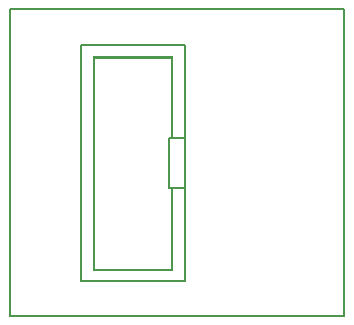
<source format=gbo>
G04 MADE WITH FRITZING*
G04 WWW.FRITZING.ORG*
G04 DOUBLE SIDED*
G04 HOLES PLATED*
G04 CONTOUR ON CENTER OF CONTOUR VECTOR*
%ASAXBY*%
%FSLAX23Y23*%
%MOIN*%
%OFA0B0*%
%SFA1.0B1.0*%
%ADD10R,1.123170X1.030680X1.107170X1.014680*%
%ADD11C,0.008000*%
%ADD12R,0.354200X0.795200X0.338200X0.779200*%
%ADD13R,0.063000X0.173200X0.047000X0.157200*%
%ADD14R,0.001000X0.001000*%
%LNSILK0*%
G90*
G70*
G54D11*
X4Y1027D02*
X1119Y1027D01*
X1119Y4D01*
X4Y4D01*
X4Y1027D01*
D02*
X243Y908D02*
X589Y908D01*
X589Y121D01*
X243Y121D01*
X243Y908D01*
D02*
X534Y597D02*
X589Y597D01*
X589Y432D01*
X534Y432D01*
X534Y597D01*
D02*
G54D14*
X282Y869D02*
X549Y869D01*
X282Y868D02*
X549Y868D01*
X282Y867D02*
X549Y867D01*
X282Y866D02*
X549Y866D01*
X282Y865D02*
X549Y865D01*
X282Y864D02*
X549Y864D01*
X282Y863D02*
X549Y863D01*
X282Y862D02*
X549Y862D01*
X282Y861D02*
X289Y861D01*
X542Y861D02*
X549Y861D01*
X282Y860D02*
X289Y860D01*
X542Y860D02*
X549Y860D01*
X282Y859D02*
X289Y859D01*
X542Y859D02*
X549Y859D01*
X282Y858D02*
X289Y858D01*
X542Y858D02*
X549Y858D01*
X282Y857D02*
X289Y857D01*
X542Y857D02*
X549Y857D01*
X282Y856D02*
X289Y856D01*
X542Y856D02*
X549Y856D01*
X282Y855D02*
X289Y855D01*
X542Y855D02*
X549Y855D01*
X282Y854D02*
X289Y854D01*
X542Y854D02*
X549Y854D01*
X282Y853D02*
X289Y853D01*
X542Y853D02*
X549Y853D01*
X282Y852D02*
X289Y852D01*
X542Y852D02*
X549Y852D01*
X282Y851D02*
X289Y851D01*
X542Y851D02*
X549Y851D01*
X282Y850D02*
X289Y850D01*
X542Y850D02*
X549Y850D01*
X282Y849D02*
X289Y849D01*
X542Y849D02*
X549Y849D01*
X282Y848D02*
X289Y848D01*
X542Y848D02*
X549Y848D01*
X282Y847D02*
X289Y847D01*
X542Y847D02*
X549Y847D01*
X282Y846D02*
X289Y846D01*
X542Y846D02*
X549Y846D01*
X282Y845D02*
X289Y845D01*
X542Y845D02*
X549Y845D01*
X282Y844D02*
X289Y844D01*
X542Y844D02*
X549Y844D01*
X282Y843D02*
X289Y843D01*
X542Y843D02*
X549Y843D01*
X282Y842D02*
X289Y842D01*
X542Y842D02*
X549Y842D01*
X282Y841D02*
X289Y841D01*
X542Y841D02*
X549Y841D01*
X282Y840D02*
X289Y840D01*
X542Y840D02*
X549Y840D01*
X282Y839D02*
X289Y839D01*
X542Y839D02*
X549Y839D01*
X282Y838D02*
X289Y838D01*
X542Y838D02*
X549Y838D01*
X282Y837D02*
X289Y837D01*
X542Y837D02*
X549Y837D01*
X282Y836D02*
X289Y836D01*
X542Y836D02*
X549Y836D01*
X282Y835D02*
X289Y835D01*
X542Y835D02*
X549Y835D01*
X282Y834D02*
X289Y834D01*
X542Y834D02*
X549Y834D01*
X282Y833D02*
X289Y833D01*
X542Y833D02*
X549Y833D01*
X282Y832D02*
X289Y832D01*
X542Y832D02*
X549Y832D01*
X282Y831D02*
X289Y831D01*
X542Y831D02*
X549Y831D01*
X282Y830D02*
X289Y830D01*
X542Y830D02*
X549Y830D01*
X282Y829D02*
X289Y829D01*
X542Y829D02*
X549Y829D01*
X282Y828D02*
X289Y828D01*
X542Y828D02*
X549Y828D01*
X282Y827D02*
X289Y827D01*
X542Y827D02*
X549Y827D01*
X282Y826D02*
X289Y826D01*
X542Y826D02*
X549Y826D01*
X282Y825D02*
X289Y825D01*
X542Y825D02*
X549Y825D01*
X282Y824D02*
X289Y824D01*
X542Y824D02*
X549Y824D01*
X282Y823D02*
X289Y823D01*
X542Y823D02*
X549Y823D01*
X282Y822D02*
X289Y822D01*
X542Y822D02*
X549Y822D01*
X282Y821D02*
X289Y821D01*
X542Y821D02*
X549Y821D01*
X282Y820D02*
X289Y820D01*
X542Y820D02*
X549Y820D01*
X282Y819D02*
X289Y819D01*
X542Y819D02*
X549Y819D01*
X282Y818D02*
X289Y818D01*
X542Y818D02*
X549Y818D01*
X282Y817D02*
X289Y817D01*
X542Y817D02*
X549Y817D01*
X282Y816D02*
X289Y816D01*
X542Y816D02*
X549Y816D01*
X282Y815D02*
X289Y815D01*
X542Y815D02*
X549Y815D01*
X282Y814D02*
X289Y814D01*
X542Y814D02*
X549Y814D01*
X282Y813D02*
X289Y813D01*
X542Y813D02*
X549Y813D01*
X282Y812D02*
X289Y812D01*
X542Y812D02*
X549Y812D01*
X282Y811D02*
X289Y811D01*
X542Y811D02*
X549Y811D01*
X282Y810D02*
X289Y810D01*
X542Y810D02*
X549Y810D01*
X282Y809D02*
X289Y809D01*
X542Y809D02*
X549Y809D01*
X282Y808D02*
X289Y808D01*
X542Y808D02*
X549Y808D01*
X282Y807D02*
X289Y807D01*
X542Y807D02*
X549Y807D01*
X282Y806D02*
X289Y806D01*
X542Y806D02*
X549Y806D01*
X282Y805D02*
X289Y805D01*
X542Y805D02*
X549Y805D01*
X282Y804D02*
X289Y804D01*
X542Y804D02*
X549Y804D01*
X282Y803D02*
X289Y803D01*
X542Y803D02*
X549Y803D01*
X282Y802D02*
X289Y802D01*
X542Y802D02*
X549Y802D01*
X282Y801D02*
X289Y801D01*
X542Y801D02*
X549Y801D01*
X282Y800D02*
X289Y800D01*
X542Y800D02*
X549Y800D01*
X282Y799D02*
X289Y799D01*
X542Y799D02*
X549Y799D01*
X282Y798D02*
X289Y798D01*
X542Y798D02*
X549Y798D01*
X282Y797D02*
X289Y797D01*
X542Y797D02*
X549Y797D01*
X282Y796D02*
X289Y796D01*
X542Y796D02*
X549Y796D01*
X282Y795D02*
X289Y795D01*
X542Y795D02*
X549Y795D01*
X282Y794D02*
X289Y794D01*
X542Y794D02*
X549Y794D01*
X282Y793D02*
X289Y793D01*
X542Y793D02*
X549Y793D01*
X282Y792D02*
X289Y792D01*
X542Y792D02*
X549Y792D01*
X282Y791D02*
X289Y791D01*
X542Y791D02*
X549Y791D01*
X282Y790D02*
X289Y790D01*
X542Y790D02*
X549Y790D01*
X282Y789D02*
X289Y789D01*
X542Y789D02*
X549Y789D01*
X282Y788D02*
X289Y788D01*
X542Y788D02*
X549Y788D01*
X282Y787D02*
X289Y787D01*
X542Y787D02*
X549Y787D01*
X282Y786D02*
X289Y786D01*
X542Y786D02*
X549Y786D01*
X282Y785D02*
X289Y785D01*
X542Y785D02*
X549Y785D01*
X282Y784D02*
X289Y784D01*
X542Y784D02*
X549Y784D01*
X282Y783D02*
X289Y783D01*
X542Y783D02*
X549Y783D01*
X282Y782D02*
X289Y782D01*
X542Y782D02*
X549Y782D01*
X282Y781D02*
X289Y781D01*
X542Y781D02*
X549Y781D01*
X282Y780D02*
X289Y780D01*
X542Y780D02*
X549Y780D01*
X282Y779D02*
X289Y779D01*
X542Y779D02*
X549Y779D01*
X282Y778D02*
X289Y778D01*
X542Y778D02*
X549Y778D01*
X282Y777D02*
X289Y777D01*
X542Y777D02*
X549Y777D01*
X282Y776D02*
X289Y776D01*
X542Y776D02*
X549Y776D01*
X282Y775D02*
X289Y775D01*
X542Y775D02*
X549Y775D01*
X282Y774D02*
X289Y774D01*
X542Y774D02*
X549Y774D01*
X282Y773D02*
X289Y773D01*
X542Y773D02*
X549Y773D01*
X282Y772D02*
X289Y772D01*
X542Y772D02*
X549Y772D01*
X282Y771D02*
X289Y771D01*
X542Y771D02*
X549Y771D01*
X282Y770D02*
X289Y770D01*
X542Y770D02*
X549Y770D01*
X282Y769D02*
X289Y769D01*
X542Y769D02*
X549Y769D01*
X282Y768D02*
X289Y768D01*
X542Y768D02*
X549Y768D01*
X282Y767D02*
X289Y767D01*
X542Y767D02*
X549Y767D01*
X282Y766D02*
X289Y766D01*
X542Y766D02*
X549Y766D01*
X282Y765D02*
X289Y765D01*
X542Y765D02*
X549Y765D01*
X282Y764D02*
X289Y764D01*
X542Y764D02*
X549Y764D01*
X282Y763D02*
X289Y763D01*
X542Y763D02*
X549Y763D01*
X282Y762D02*
X289Y762D01*
X542Y762D02*
X549Y762D01*
X282Y761D02*
X289Y761D01*
X542Y761D02*
X549Y761D01*
X282Y760D02*
X289Y760D01*
X542Y760D02*
X549Y760D01*
X282Y759D02*
X289Y759D01*
X542Y759D02*
X549Y759D01*
X282Y758D02*
X289Y758D01*
X542Y758D02*
X549Y758D01*
X282Y757D02*
X289Y757D01*
X542Y757D02*
X549Y757D01*
X282Y756D02*
X289Y756D01*
X542Y756D02*
X549Y756D01*
X282Y755D02*
X289Y755D01*
X542Y755D02*
X549Y755D01*
X282Y754D02*
X289Y754D01*
X542Y754D02*
X549Y754D01*
X282Y753D02*
X289Y753D01*
X542Y753D02*
X549Y753D01*
X282Y752D02*
X289Y752D01*
X542Y752D02*
X549Y752D01*
X282Y751D02*
X289Y751D01*
X542Y751D02*
X549Y751D01*
X282Y750D02*
X289Y750D01*
X542Y750D02*
X549Y750D01*
X282Y749D02*
X289Y749D01*
X542Y749D02*
X549Y749D01*
X282Y748D02*
X289Y748D01*
X542Y748D02*
X549Y748D01*
X282Y747D02*
X289Y747D01*
X542Y747D02*
X549Y747D01*
X282Y746D02*
X289Y746D01*
X542Y746D02*
X549Y746D01*
X282Y745D02*
X289Y745D01*
X542Y745D02*
X549Y745D01*
X282Y744D02*
X289Y744D01*
X542Y744D02*
X549Y744D01*
X282Y743D02*
X289Y743D01*
X542Y743D02*
X549Y743D01*
X282Y742D02*
X289Y742D01*
X542Y742D02*
X549Y742D01*
X282Y741D02*
X289Y741D01*
X542Y741D02*
X549Y741D01*
X282Y740D02*
X289Y740D01*
X542Y740D02*
X549Y740D01*
X282Y739D02*
X289Y739D01*
X542Y739D02*
X549Y739D01*
X282Y738D02*
X289Y738D01*
X542Y738D02*
X549Y738D01*
X282Y737D02*
X289Y737D01*
X542Y737D02*
X549Y737D01*
X282Y736D02*
X289Y736D01*
X542Y736D02*
X549Y736D01*
X282Y735D02*
X289Y735D01*
X542Y735D02*
X549Y735D01*
X282Y734D02*
X289Y734D01*
X542Y734D02*
X549Y734D01*
X282Y733D02*
X289Y733D01*
X542Y733D02*
X549Y733D01*
X282Y732D02*
X289Y732D01*
X542Y732D02*
X549Y732D01*
X282Y731D02*
X289Y731D01*
X542Y731D02*
X549Y731D01*
X282Y730D02*
X289Y730D01*
X542Y730D02*
X549Y730D01*
X282Y729D02*
X289Y729D01*
X542Y729D02*
X549Y729D01*
X282Y728D02*
X289Y728D01*
X542Y728D02*
X549Y728D01*
X282Y727D02*
X289Y727D01*
X542Y727D02*
X549Y727D01*
X282Y726D02*
X289Y726D01*
X542Y726D02*
X549Y726D01*
X282Y725D02*
X289Y725D01*
X542Y725D02*
X549Y725D01*
X282Y724D02*
X289Y724D01*
X542Y724D02*
X549Y724D01*
X282Y723D02*
X289Y723D01*
X542Y723D02*
X549Y723D01*
X282Y722D02*
X289Y722D01*
X542Y722D02*
X549Y722D01*
X282Y721D02*
X289Y721D01*
X542Y721D02*
X549Y721D01*
X282Y720D02*
X289Y720D01*
X542Y720D02*
X549Y720D01*
X282Y719D02*
X289Y719D01*
X542Y719D02*
X549Y719D01*
X282Y718D02*
X289Y718D01*
X542Y718D02*
X549Y718D01*
X282Y717D02*
X289Y717D01*
X542Y717D02*
X549Y717D01*
X282Y716D02*
X289Y716D01*
X542Y716D02*
X549Y716D01*
X282Y715D02*
X289Y715D01*
X542Y715D02*
X549Y715D01*
X282Y714D02*
X289Y714D01*
X542Y714D02*
X549Y714D01*
X282Y713D02*
X289Y713D01*
X542Y713D02*
X549Y713D01*
X282Y712D02*
X289Y712D01*
X542Y712D02*
X549Y712D01*
X282Y711D02*
X289Y711D01*
X542Y711D02*
X549Y711D01*
X282Y710D02*
X289Y710D01*
X542Y710D02*
X549Y710D01*
X282Y709D02*
X289Y709D01*
X542Y709D02*
X549Y709D01*
X282Y708D02*
X289Y708D01*
X542Y708D02*
X549Y708D01*
X282Y707D02*
X289Y707D01*
X542Y707D02*
X549Y707D01*
X282Y706D02*
X289Y706D01*
X542Y706D02*
X549Y706D01*
X282Y705D02*
X289Y705D01*
X542Y705D02*
X549Y705D01*
X282Y704D02*
X289Y704D01*
X542Y704D02*
X549Y704D01*
X282Y703D02*
X289Y703D01*
X542Y703D02*
X549Y703D01*
X282Y702D02*
X289Y702D01*
X542Y702D02*
X549Y702D01*
X282Y701D02*
X289Y701D01*
X542Y701D02*
X549Y701D01*
X282Y700D02*
X289Y700D01*
X542Y700D02*
X549Y700D01*
X282Y699D02*
X289Y699D01*
X542Y699D02*
X549Y699D01*
X282Y698D02*
X289Y698D01*
X542Y698D02*
X549Y698D01*
X282Y697D02*
X289Y697D01*
X542Y697D02*
X549Y697D01*
X282Y696D02*
X289Y696D01*
X542Y696D02*
X549Y696D01*
X282Y695D02*
X289Y695D01*
X542Y695D02*
X549Y695D01*
X282Y694D02*
X289Y694D01*
X542Y694D02*
X549Y694D01*
X282Y693D02*
X289Y693D01*
X542Y693D02*
X549Y693D01*
X282Y692D02*
X289Y692D01*
X542Y692D02*
X549Y692D01*
X282Y691D02*
X289Y691D01*
X542Y691D02*
X549Y691D01*
X282Y690D02*
X289Y690D01*
X542Y690D02*
X549Y690D01*
X282Y689D02*
X289Y689D01*
X542Y689D02*
X549Y689D01*
X282Y688D02*
X289Y688D01*
X542Y688D02*
X549Y688D01*
X282Y687D02*
X289Y687D01*
X542Y687D02*
X549Y687D01*
X282Y686D02*
X289Y686D01*
X542Y686D02*
X549Y686D01*
X282Y685D02*
X289Y685D01*
X542Y685D02*
X549Y685D01*
X282Y684D02*
X289Y684D01*
X542Y684D02*
X549Y684D01*
X282Y683D02*
X289Y683D01*
X542Y683D02*
X549Y683D01*
X282Y682D02*
X289Y682D01*
X542Y682D02*
X549Y682D01*
X282Y681D02*
X289Y681D01*
X542Y681D02*
X549Y681D01*
X282Y680D02*
X289Y680D01*
X542Y680D02*
X549Y680D01*
X282Y679D02*
X289Y679D01*
X542Y679D02*
X549Y679D01*
X282Y678D02*
X289Y678D01*
X542Y678D02*
X549Y678D01*
X282Y677D02*
X289Y677D01*
X542Y677D02*
X549Y677D01*
X282Y676D02*
X289Y676D01*
X542Y676D02*
X549Y676D01*
X282Y675D02*
X289Y675D01*
X542Y675D02*
X549Y675D01*
X282Y674D02*
X289Y674D01*
X542Y674D02*
X549Y674D01*
X282Y673D02*
X289Y673D01*
X542Y673D02*
X549Y673D01*
X282Y672D02*
X289Y672D01*
X542Y672D02*
X549Y672D01*
X282Y671D02*
X289Y671D01*
X542Y671D02*
X549Y671D01*
X282Y670D02*
X289Y670D01*
X542Y670D02*
X549Y670D01*
X282Y669D02*
X289Y669D01*
X542Y669D02*
X549Y669D01*
X282Y668D02*
X289Y668D01*
X542Y668D02*
X549Y668D01*
X282Y667D02*
X289Y667D01*
X542Y667D02*
X549Y667D01*
X282Y666D02*
X289Y666D01*
X542Y666D02*
X549Y666D01*
X282Y665D02*
X289Y665D01*
X542Y665D02*
X549Y665D01*
X282Y664D02*
X289Y664D01*
X542Y664D02*
X549Y664D01*
X282Y663D02*
X289Y663D01*
X542Y663D02*
X549Y663D01*
X282Y662D02*
X289Y662D01*
X542Y662D02*
X549Y662D01*
X282Y661D02*
X289Y661D01*
X542Y661D02*
X549Y661D01*
X282Y660D02*
X289Y660D01*
X542Y660D02*
X549Y660D01*
X282Y659D02*
X289Y659D01*
X542Y659D02*
X549Y659D01*
X282Y658D02*
X289Y658D01*
X542Y658D02*
X549Y658D01*
X282Y657D02*
X289Y657D01*
X542Y657D02*
X549Y657D01*
X282Y656D02*
X289Y656D01*
X542Y656D02*
X549Y656D01*
X282Y655D02*
X289Y655D01*
X542Y655D02*
X549Y655D01*
X282Y654D02*
X289Y654D01*
X542Y654D02*
X549Y654D01*
X282Y653D02*
X289Y653D01*
X542Y653D02*
X549Y653D01*
X282Y652D02*
X289Y652D01*
X542Y652D02*
X549Y652D01*
X282Y651D02*
X289Y651D01*
X542Y651D02*
X549Y651D01*
X282Y650D02*
X289Y650D01*
X542Y650D02*
X549Y650D01*
X282Y649D02*
X289Y649D01*
X542Y649D02*
X549Y649D01*
X282Y648D02*
X289Y648D01*
X542Y648D02*
X549Y648D01*
X282Y647D02*
X289Y647D01*
X542Y647D02*
X549Y647D01*
X282Y646D02*
X289Y646D01*
X542Y646D02*
X549Y646D01*
X282Y645D02*
X289Y645D01*
X542Y645D02*
X549Y645D01*
X282Y644D02*
X289Y644D01*
X542Y644D02*
X549Y644D01*
X282Y643D02*
X289Y643D01*
X542Y643D02*
X549Y643D01*
X282Y642D02*
X289Y642D01*
X542Y642D02*
X549Y642D01*
X282Y641D02*
X289Y641D01*
X542Y641D02*
X549Y641D01*
X282Y640D02*
X289Y640D01*
X542Y640D02*
X549Y640D01*
X282Y639D02*
X289Y639D01*
X542Y639D02*
X549Y639D01*
X282Y638D02*
X289Y638D01*
X542Y638D02*
X549Y638D01*
X282Y637D02*
X289Y637D01*
X542Y637D02*
X549Y637D01*
X282Y636D02*
X289Y636D01*
X542Y636D02*
X549Y636D01*
X282Y635D02*
X289Y635D01*
X542Y635D02*
X549Y635D01*
X282Y634D02*
X289Y634D01*
X542Y634D02*
X549Y634D01*
X282Y633D02*
X289Y633D01*
X542Y633D02*
X549Y633D01*
X282Y632D02*
X289Y632D01*
X542Y632D02*
X549Y632D01*
X282Y631D02*
X289Y631D01*
X542Y631D02*
X549Y631D01*
X282Y630D02*
X289Y630D01*
X542Y630D02*
X549Y630D01*
X282Y629D02*
X289Y629D01*
X542Y629D02*
X549Y629D01*
X282Y628D02*
X289Y628D01*
X542Y628D02*
X549Y628D01*
X282Y627D02*
X289Y627D01*
X542Y627D02*
X549Y627D01*
X282Y626D02*
X289Y626D01*
X542Y626D02*
X549Y626D01*
X282Y625D02*
X289Y625D01*
X542Y625D02*
X549Y625D01*
X282Y624D02*
X289Y624D01*
X542Y624D02*
X549Y624D01*
X282Y623D02*
X289Y623D01*
X542Y623D02*
X549Y623D01*
X282Y622D02*
X289Y622D01*
X542Y622D02*
X549Y622D01*
X282Y621D02*
X289Y621D01*
X542Y621D02*
X549Y621D01*
X282Y620D02*
X289Y620D01*
X542Y620D02*
X549Y620D01*
X282Y619D02*
X289Y619D01*
X542Y619D02*
X549Y619D01*
X282Y618D02*
X289Y618D01*
X542Y618D02*
X549Y618D01*
X282Y617D02*
X289Y617D01*
X542Y617D02*
X549Y617D01*
X282Y616D02*
X289Y616D01*
X542Y616D02*
X549Y616D01*
X282Y615D02*
X289Y615D01*
X542Y615D02*
X549Y615D01*
X282Y614D02*
X289Y614D01*
X542Y614D02*
X549Y614D01*
X282Y613D02*
X289Y613D01*
X542Y613D02*
X549Y613D01*
X282Y612D02*
X289Y612D01*
X542Y612D02*
X549Y612D01*
X282Y611D02*
X289Y611D01*
X542Y611D02*
X549Y611D01*
X282Y610D02*
X289Y610D01*
X542Y610D02*
X549Y610D01*
X282Y609D02*
X289Y609D01*
X542Y609D02*
X549Y609D01*
X282Y608D02*
X289Y608D01*
X542Y608D02*
X549Y608D01*
X282Y607D02*
X289Y607D01*
X542Y607D02*
X549Y607D01*
X282Y606D02*
X289Y606D01*
X542Y606D02*
X549Y606D01*
X282Y605D02*
X289Y605D01*
X542Y605D02*
X549Y605D01*
X282Y604D02*
X289Y604D01*
X542Y604D02*
X549Y604D01*
X282Y603D02*
X289Y603D01*
X542Y603D02*
X549Y603D01*
X282Y602D02*
X289Y602D01*
X542Y602D02*
X549Y602D01*
X282Y601D02*
X289Y601D01*
X542Y601D02*
X549Y601D01*
X282Y600D02*
X289Y600D01*
X542Y600D02*
X549Y600D01*
X282Y599D02*
X289Y599D01*
X542Y599D02*
X549Y599D01*
X282Y598D02*
X289Y598D01*
X282Y597D02*
X289Y597D01*
X282Y596D02*
X289Y596D01*
X282Y595D02*
X289Y595D01*
X282Y594D02*
X289Y594D01*
X282Y593D02*
X289Y593D01*
X282Y592D02*
X289Y592D01*
X282Y591D02*
X289Y591D01*
X282Y590D02*
X289Y590D01*
X282Y589D02*
X289Y589D01*
X282Y588D02*
X289Y588D01*
X282Y587D02*
X289Y587D01*
X282Y586D02*
X289Y586D01*
X282Y585D02*
X289Y585D01*
X282Y584D02*
X289Y584D01*
X282Y583D02*
X289Y583D01*
X282Y582D02*
X289Y582D01*
X282Y581D02*
X289Y581D01*
X282Y580D02*
X289Y580D01*
X282Y579D02*
X289Y579D01*
X282Y578D02*
X289Y578D01*
X282Y577D02*
X289Y577D01*
X282Y576D02*
X289Y576D01*
X282Y575D02*
X289Y575D01*
X282Y574D02*
X289Y574D01*
X282Y573D02*
X289Y573D01*
X282Y572D02*
X289Y572D01*
X282Y571D02*
X289Y571D01*
X282Y570D02*
X289Y570D01*
X282Y569D02*
X289Y569D01*
X282Y568D02*
X289Y568D01*
X282Y567D02*
X289Y567D01*
X282Y566D02*
X289Y566D01*
X282Y565D02*
X289Y565D01*
X282Y564D02*
X289Y564D01*
X282Y563D02*
X289Y563D01*
X282Y562D02*
X289Y562D01*
X282Y561D02*
X289Y561D01*
X282Y560D02*
X289Y560D01*
X282Y559D02*
X289Y559D01*
X282Y558D02*
X289Y558D01*
X282Y557D02*
X289Y557D01*
X282Y556D02*
X289Y556D01*
X282Y555D02*
X289Y555D01*
X282Y554D02*
X289Y554D01*
X282Y553D02*
X289Y553D01*
X282Y552D02*
X289Y552D01*
X282Y551D02*
X289Y551D01*
X282Y550D02*
X289Y550D01*
X282Y549D02*
X289Y549D01*
X282Y548D02*
X289Y548D01*
X282Y547D02*
X289Y547D01*
X282Y546D02*
X289Y546D01*
X282Y545D02*
X289Y545D01*
X282Y544D02*
X289Y544D01*
X282Y543D02*
X289Y543D01*
X282Y542D02*
X289Y542D01*
X282Y541D02*
X289Y541D01*
X282Y540D02*
X289Y540D01*
X282Y539D02*
X289Y539D01*
X282Y538D02*
X289Y538D01*
X282Y537D02*
X289Y537D01*
X282Y536D02*
X289Y536D01*
X282Y535D02*
X289Y535D01*
X282Y534D02*
X289Y534D01*
X282Y533D02*
X289Y533D01*
X282Y532D02*
X289Y532D01*
X282Y531D02*
X289Y531D01*
X282Y530D02*
X289Y530D01*
X282Y529D02*
X289Y529D01*
X282Y528D02*
X289Y528D01*
X282Y527D02*
X289Y527D01*
X282Y526D02*
X289Y526D01*
X282Y525D02*
X289Y525D01*
X282Y524D02*
X289Y524D01*
X282Y523D02*
X289Y523D01*
X282Y522D02*
X289Y522D01*
X282Y521D02*
X289Y521D01*
X282Y520D02*
X289Y520D01*
X282Y519D02*
X289Y519D01*
X282Y518D02*
X289Y518D01*
X282Y517D02*
X289Y517D01*
X282Y516D02*
X289Y516D01*
X282Y515D02*
X289Y515D01*
X282Y514D02*
X289Y514D01*
X282Y513D02*
X289Y513D01*
X282Y512D02*
X289Y512D01*
X282Y511D02*
X289Y511D01*
X282Y510D02*
X289Y510D01*
X282Y509D02*
X289Y509D01*
X282Y508D02*
X289Y508D01*
X282Y507D02*
X289Y507D01*
X282Y506D02*
X289Y506D01*
X282Y505D02*
X289Y505D01*
X282Y504D02*
X289Y504D01*
X282Y503D02*
X289Y503D01*
X282Y502D02*
X289Y502D01*
X282Y501D02*
X289Y501D01*
X282Y500D02*
X289Y500D01*
X282Y499D02*
X289Y499D01*
X282Y498D02*
X289Y498D01*
X282Y497D02*
X289Y497D01*
X282Y496D02*
X289Y496D01*
X282Y495D02*
X289Y495D01*
X282Y494D02*
X289Y494D01*
X282Y493D02*
X289Y493D01*
X282Y492D02*
X289Y492D01*
X282Y491D02*
X289Y491D01*
X282Y490D02*
X289Y490D01*
X282Y489D02*
X289Y489D01*
X282Y488D02*
X289Y488D01*
X282Y487D02*
X289Y487D01*
X282Y486D02*
X289Y486D01*
X282Y485D02*
X289Y485D01*
X282Y484D02*
X289Y484D01*
X282Y483D02*
X289Y483D01*
X282Y482D02*
X289Y482D01*
X282Y481D02*
X289Y481D01*
X282Y480D02*
X289Y480D01*
X282Y479D02*
X289Y479D01*
X282Y478D02*
X289Y478D01*
X282Y477D02*
X289Y477D01*
X282Y476D02*
X289Y476D01*
X282Y475D02*
X289Y475D01*
X282Y474D02*
X289Y474D01*
X282Y473D02*
X289Y473D01*
X282Y472D02*
X289Y472D01*
X282Y471D02*
X289Y471D01*
X282Y470D02*
X289Y470D01*
X282Y469D02*
X289Y469D01*
X282Y468D02*
X289Y468D01*
X282Y467D02*
X289Y467D01*
X282Y466D02*
X289Y466D01*
X282Y465D02*
X289Y465D01*
X282Y464D02*
X289Y464D01*
X282Y463D02*
X289Y463D01*
X282Y462D02*
X289Y462D01*
X282Y461D02*
X289Y461D01*
X282Y460D02*
X289Y460D01*
X282Y459D02*
X289Y459D01*
X282Y458D02*
X289Y458D01*
X282Y457D02*
X289Y457D01*
X282Y456D02*
X289Y456D01*
X282Y455D02*
X289Y455D01*
X282Y454D02*
X289Y454D01*
X282Y453D02*
X289Y453D01*
X282Y452D02*
X289Y452D01*
X282Y451D02*
X289Y451D01*
X282Y450D02*
X289Y450D01*
X282Y449D02*
X289Y449D01*
X282Y448D02*
X289Y448D01*
X282Y447D02*
X289Y447D01*
X282Y446D02*
X289Y446D01*
X282Y445D02*
X289Y445D01*
X282Y444D02*
X289Y444D01*
X282Y443D02*
X289Y443D01*
X282Y442D02*
X289Y442D01*
X282Y441D02*
X289Y441D01*
X282Y440D02*
X289Y440D01*
X282Y439D02*
X289Y439D01*
X282Y438D02*
X289Y438D01*
X282Y437D02*
X289Y437D01*
X282Y436D02*
X289Y436D01*
X282Y435D02*
X289Y435D01*
X282Y434D02*
X289Y434D01*
X282Y433D02*
X289Y433D01*
X282Y432D02*
X289Y432D01*
X282Y431D02*
X289Y431D01*
X282Y430D02*
X289Y430D01*
X282Y429D02*
X289Y429D01*
X282Y428D02*
X289Y428D01*
X282Y427D02*
X289Y427D01*
X282Y426D02*
X289Y426D01*
X542Y426D02*
X549Y426D01*
X282Y425D02*
X289Y425D01*
X542Y425D02*
X549Y425D01*
X282Y424D02*
X289Y424D01*
X542Y424D02*
X549Y424D01*
X282Y423D02*
X289Y423D01*
X542Y423D02*
X549Y423D01*
X282Y422D02*
X289Y422D01*
X542Y422D02*
X549Y422D01*
X282Y421D02*
X289Y421D01*
X542Y421D02*
X549Y421D01*
X282Y420D02*
X289Y420D01*
X542Y420D02*
X549Y420D01*
X282Y419D02*
X289Y419D01*
X542Y419D02*
X549Y419D01*
X282Y418D02*
X289Y418D01*
X542Y418D02*
X549Y418D01*
X282Y417D02*
X289Y417D01*
X542Y417D02*
X549Y417D01*
X282Y416D02*
X289Y416D01*
X542Y416D02*
X549Y416D01*
X282Y415D02*
X289Y415D01*
X542Y415D02*
X549Y415D01*
X282Y414D02*
X289Y414D01*
X542Y414D02*
X549Y414D01*
X282Y413D02*
X289Y413D01*
X542Y413D02*
X549Y413D01*
X282Y412D02*
X289Y412D01*
X542Y412D02*
X549Y412D01*
X282Y411D02*
X289Y411D01*
X542Y411D02*
X549Y411D01*
X282Y410D02*
X289Y410D01*
X542Y410D02*
X549Y410D01*
X282Y409D02*
X289Y409D01*
X542Y409D02*
X549Y409D01*
X282Y408D02*
X289Y408D01*
X542Y408D02*
X549Y408D01*
X282Y407D02*
X289Y407D01*
X542Y407D02*
X549Y407D01*
X282Y406D02*
X289Y406D01*
X542Y406D02*
X549Y406D01*
X282Y405D02*
X289Y405D01*
X542Y405D02*
X549Y405D01*
X282Y404D02*
X289Y404D01*
X542Y404D02*
X549Y404D01*
X282Y403D02*
X289Y403D01*
X542Y403D02*
X549Y403D01*
X282Y402D02*
X289Y402D01*
X542Y402D02*
X549Y402D01*
X282Y401D02*
X289Y401D01*
X542Y401D02*
X549Y401D01*
X282Y400D02*
X289Y400D01*
X542Y400D02*
X549Y400D01*
X282Y399D02*
X289Y399D01*
X542Y399D02*
X549Y399D01*
X282Y398D02*
X289Y398D01*
X542Y398D02*
X549Y398D01*
X282Y397D02*
X289Y397D01*
X542Y397D02*
X549Y397D01*
X282Y396D02*
X289Y396D01*
X542Y396D02*
X549Y396D01*
X282Y395D02*
X289Y395D01*
X542Y395D02*
X549Y395D01*
X282Y394D02*
X289Y394D01*
X542Y394D02*
X549Y394D01*
X282Y393D02*
X289Y393D01*
X542Y393D02*
X549Y393D01*
X282Y392D02*
X289Y392D01*
X542Y392D02*
X549Y392D01*
X282Y391D02*
X289Y391D01*
X542Y391D02*
X549Y391D01*
X282Y390D02*
X289Y390D01*
X542Y390D02*
X549Y390D01*
X282Y389D02*
X289Y389D01*
X542Y389D02*
X549Y389D01*
X282Y388D02*
X289Y388D01*
X542Y388D02*
X549Y388D01*
X282Y387D02*
X289Y387D01*
X542Y387D02*
X549Y387D01*
X282Y386D02*
X289Y386D01*
X542Y386D02*
X549Y386D01*
X282Y385D02*
X289Y385D01*
X542Y385D02*
X549Y385D01*
X282Y384D02*
X289Y384D01*
X542Y384D02*
X549Y384D01*
X282Y383D02*
X289Y383D01*
X542Y383D02*
X549Y383D01*
X282Y382D02*
X289Y382D01*
X542Y382D02*
X549Y382D01*
X282Y381D02*
X289Y381D01*
X542Y381D02*
X549Y381D01*
X282Y380D02*
X289Y380D01*
X542Y380D02*
X549Y380D01*
X282Y379D02*
X289Y379D01*
X542Y379D02*
X549Y379D01*
X282Y378D02*
X289Y378D01*
X542Y378D02*
X549Y378D01*
X282Y377D02*
X289Y377D01*
X542Y377D02*
X549Y377D01*
X282Y376D02*
X289Y376D01*
X542Y376D02*
X549Y376D01*
X282Y375D02*
X289Y375D01*
X542Y375D02*
X549Y375D01*
X282Y374D02*
X289Y374D01*
X542Y374D02*
X549Y374D01*
X282Y373D02*
X289Y373D01*
X542Y373D02*
X549Y373D01*
X282Y372D02*
X289Y372D01*
X542Y372D02*
X549Y372D01*
X282Y371D02*
X289Y371D01*
X542Y371D02*
X549Y371D01*
X282Y370D02*
X289Y370D01*
X542Y370D02*
X549Y370D01*
X282Y369D02*
X289Y369D01*
X542Y369D02*
X549Y369D01*
X282Y368D02*
X289Y368D01*
X542Y368D02*
X549Y368D01*
X282Y367D02*
X289Y367D01*
X542Y367D02*
X549Y367D01*
X282Y366D02*
X289Y366D01*
X542Y366D02*
X549Y366D01*
X282Y365D02*
X289Y365D01*
X542Y365D02*
X549Y365D01*
X282Y364D02*
X289Y364D01*
X542Y364D02*
X549Y364D01*
X282Y363D02*
X289Y363D01*
X542Y363D02*
X549Y363D01*
X282Y362D02*
X289Y362D01*
X542Y362D02*
X549Y362D01*
X282Y361D02*
X289Y361D01*
X542Y361D02*
X549Y361D01*
X282Y360D02*
X289Y360D01*
X542Y360D02*
X549Y360D01*
X282Y359D02*
X289Y359D01*
X542Y359D02*
X549Y359D01*
X282Y358D02*
X289Y358D01*
X542Y358D02*
X549Y358D01*
X282Y357D02*
X289Y357D01*
X542Y357D02*
X549Y357D01*
X282Y356D02*
X289Y356D01*
X542Y356D02*
X549Y356D01*
X282Y355D02*
X289Y355D01*
X542Y355D02*
X549Y355D01*
X282Y354D02*
X289Y354D01*
X542Y354D02*
X549Y354D01*
X282Y353D02*
X289Y353D01*
X542Y353D02*
X549Y353D01*
X282Y352D02*
X289Y352D01*
X542Y352D02*
X549Y352D01*
X282Y351D02*
X289Y351D01*
X542Y351D02*
X549Y351D01*
X282Y350D02*
X289Y350D01*
X542Y350D02*
X549Y350D01*
X282Y349D02*
X289Y349D01*
X542Y349D02*
X549Y349D01*
X282Y348D02*
X289Y348D01*
X542Y348D02*
X549Y348D01*
X282Y347D02*
X289Y347D01*
X542Y347D02*
X549Y347D01*
X282Y346D02*
X289Y346D01*
X542Y346D02*
X549Y346D01*
X282Y345D02*
X289Y345D01*
X542Y345D02*
X549Y345D01*
X282Y344D02*
X289Y344D01*
X542Y344D02*
X549Y344D01*
X282Y343D02*
X289Y343D01*
X542Y343D02*
X549Y343D01*
X282Y342D02*
X289Y342D01*
X542Y342D02*
X549Y342D01*
X282Y341D02*
X289Y341D01*
X542Y341D02*
X549Y341D01*
X282Y340D02*
X289Y340D01*
X542Y340D02*
X549Y340D01*
X282Y339D02*
X289Y339D01*
X542Y339D02*
X549Y339D01*
X282Y338D02*
X289Y338D01*
X542Y338D02*
X549Y338D01*
X282Y337D02*
X289Y337D01*
X542Y337D02*
X549Y337D01*
X282Y336D02*
X289Y336D01*
X542Y336D02*
X549Y336D01*
X282Y335D02*
X289Y335D01*
X542Y335D02*
X549Y335D01*
X282Y334D02*
X289Y334D01*
X542Y334D02*
X549Y334D01*
X282Y333D02*
X289Y333D01*
X542Y333D02*
X549Y333D01*
X282Y332D02*
X289Y332D01*
X542Y332D02*
X549Y332D01*
X282Y331D02*
X289Y331D01*
X542Y331D02*
X549Y331D01*
X282Y330D02*
X289Y330D01*
X542Y330D02*
X549Y330D01*
X282Y329D02*
X289Y329D01*
X542Y329D02*
X549Y329D01*
X282Y328D02*
X289Y328D01*
X542Y328D02*
X549Y328D01*
X282Y327D02*
X289Y327D01*
X542Y327D02*
X549Y327D01*
X282Y326D02*
X289Y326D01*
X542Y326D02*
X549Y326D01*
X282Y325D02*
X289Y325D01*
X542Y325D02*
X549Y325D01*
X282Y324D02*
X289Y324D01*
X542Y324D02*
X549Y324D01*
X282Y323D02*
X289Y323D01*
X542Y323D02*
X549Y323D01*
X282Y322D02*
X289Y322D01*
X542Y322D02*
X549Y322D01*
X282Y321D02*
X289Y321D01*
X542Y321D02*
X549Y321D01*
X282Y320D02*
X289Y320D01*
X542Y320D02*
X549Y320D01*
X282Y319D02*
X289Y319D01*
X542Y319D02*
X549Y319D01*
X282Y318D02*
X289Y318D01*
X542Y318D02*
X549Y318D01*
X282Y317D02*
X289Y317D01*
X542Y317D02*
X549Y317D01*
X282Y316D02*
X289Y316D01*
X542Y316D02*
X549Y316D01*
X282Y315D02*
X289Y315D01*
X542Y315D02*
X549Y315D01*
X282Y314D02*
X289Y314D01*
X542Y314D02*
X549Y314D01*
X282Y313D02*
X289Y313D01*
X542Y313D02*
X549Y313D01*
X282Y312D02*
X289Y312D01*
X542Y312D02*
X549Y312D01*
X282Y311D02*
X289Y311D01*
X542Y311D02*
X549Y311D01*
X282Y310D02*
X289Y310D01*
X542Y310D02*
X549Y310D01*
X282Y309D02*
X289Y309D01*
X542Y309D02*
X549Y309D01*
X282Y308D02*
X289Y308D01*
X542Y308D02*
X549Y308D01*
X282Y307D02*
X289Y307D01*
X542Y307D02*
X549Y307D01*
X282Y306D02*
X289Y306D01*
X542Y306D02*
X549Y306D01*
X282Y305D02*
X289Y305D01*
X542Y305D02*
X549Y305D01*
X282Y304D02*
X289Y304D01*
X542Y304D02*
X549Y304D01*
X282Y303D02*
X289Y303D01*
X542Y303D02*
X549Y303D01*
X282Y302D02*
X289Y302D01*
X542Y302D02*
X549Y302D01*
X282Y301D02*
X289Y301D01*
X542Y301D02*
X549Y301D01*
X282Y300D02*
X289Y300D01*
X542Y300D02*
X549Y300D01*
X282Y299D02*
X289Y299D01*
X542Y299D02*
X549Y299D01*
X282Y298D02*
X289Y298D01*
X542Y298D02*
X549Y298D01*
X282Y297D02*
X289Y297D01*
X542Y297D02*
X549Y297D01*
X282Y296D02*
X289Y296D01*
X542Y296D02*
X549Y296D01*
X282Y295D02*
X289Y295D01*
X542Y295D02*
X549Y295D01*
X282Y294D02*
X289Y294D01*
X542Y294D02*
X549Y294D01*
X282Y293D02*
X289Y293D01*
X542Y293D02*
X549Y293D01*
X282Y292D02*
X289Y292D01*
X542Y292D02*
X549Y292D01*
X282Y291D02*
X289Y291D01*
X542Y291D02*
X549Y291D01*
X282Y290D02*
X289Y290D01*
X542Y290D02*
X549Y290D01*
X282Y289D02*
X289Y289D01*
X542Y289D02*
X549Y289D01*
X282Y288D02*
X289Y288D01*
X542Y288D02*
X549Y288D01*
X282Y287D02*
X289Y287D01*
X542Y287D02*
X549Y287D01*
X282Y286D02*
X289Y286D01*
X542Y286D02*
X549Y286D01*
X282Y285D02*
X289Y285D01*
X542Y285D02*
X549Y285D01*
X282Y284D02*
X289Y284D01*
X542Y284D02*
X549Y284D01*
X282Y283D02*
X289Y283D01*
X542Y283D02*
X549Y283D01*
X282Y282D02*
X289Y282D01*
X542Y282D02*
X549Y282D01*
X282Y281D02*
X289Y281D01*
X542Y281D02*
X549Y281D01*
X282Y280D02*
X289Y280D01*
X542Y280D02*
X549Y280D01*
X282Y279D02*
X289Y279D01*
X542Y279D02*
X549Y279D01*
X282Y278D02*
X289Y278D01*
X542Y278D02*
X549Y278D01*
X282Y277D02*
X289Y277D01*
X542Y277D02*
X549Y277D01*
X282Y276D02*
X289Y276D01*
X542Y276D02*
X549Y276D01*
X282Y275D02*
X289Y275D01*
X542Y275D02*
X549Y275D01*
X282Y274D02*
X289Y274D01*
X542Y274D02*
X549Y274D01*
X282Y273D02*
X289Y273D01*
X542Y273D02*
X549Y273D01*
X282Y272D02*
X289Y272D01*
X542Y272D02*
X549Y272D01*
X282Y271D02*
X289Y271D01*
X542Y271D02*
X549Y271D01*
X282Y270D02*
X289Y270D01*
X542Y270D02*
X549Y270D01*
X282Y269D02*
X289Y269D01*
X542Y269D02*
X549Y269D01*
X282Y268D02*
X289Y268D01*
X542Y268D02*
X549Y268D01*
X282Y267D02*
X289Y267D01*
X542Y267D02*
X549Y267D01*
X282Y266D02*
X289Y266D01*
X542Y266D02*
X549Y266D01*
X282Y265D02*
X289Y265D01*
X542Y265D02*
X549Y265D01*
X282Y264D02*
X289Y264D01*
X542Y264D02*
X549Y264D01*
X282Y263D02*
X289Y263D01*
X542Y263D02*
X549Y263D01*
X282Y262D02*
X289Y262D01*
X542Y262D02*
X549Y262D01*
X282Y261D02*
X289Y261D01*
X542Y261D02*
X549Y261D01*
X282Y260D02*
X289Y260D01*
X542Y260D02*
X549Y260D01*
X282Y259D02*
X289Y259D01*
X542Y259D02*
X549Y259D01*
X282Y258D02*
X289Y258D01*
X542Y258D02*
X549Y258D01*
X282Y257D02*
X289Y257D01*
X542Y257D02*
X549Y257D01*
X282Y256D02*
X289Y256D01*
X542Y256D02*
X549Y256D01*
X282Y255D02*
X289Y255D01*
X542Y255D02*
X549Y255D01*
X282Y254D02*
X289Y254D01*
X542Y254D02*
X549Y254D01*
X282Y253D02*
X289Y253D01*
X542Y253D02*
X549Y253D01*
X282Y252D02*
X289Y252D01*
X542Y252D02*
X549Y252D01*
X282Y251D02*
X289Y251D01*
X542Y251D02*
X549Y251D01*
X282Y250D02*
X289Y250D01*
X542Y250D02*
X549Y250D01*
X282Y249D02*
X289Y249D01*
X542Y249D02*
X549Y249D01*
X282Y248D02*
X289Y248D01*
X542Y248D02*
X549Y248D01*
X282Y247D02*
X289Y247D01*
X542Y247D02*
X549Y247D01*
X282Y246D02*
X289Y246D01*
X542Y246D02*
X549Y246D01*
X282Y245D02*
X289Y245D01*
X542Y245D02*
X549Y245D01*
X282Y244D02*
X289Y244D01*
X542Y244D02*
X549Y244D01*
X282Y243D02*
X289Y243D01*
X542Y243D02*
X549Y243D01*
X282Y242D02*
X289Y242D01*
X542Y242D02*
X549Y242D01*
X282Y241D02*
X289Y241D01*
X542Y241D02*
X549Y241D01*
X282Y240D02*
X289Y240D01*
X542Y240D02*
X549Y240D01*
X282Y239D02*
X289Y239D01*
X542Y239D02*
X549Y239D01*
X282Y238D02*
X289Y238D01*
X542Y238D02*
X549Y238D01*
X282Y237D02*
X289Y237D01*
X542Y237D02*
X549Y237D01*
X282Y236D02*
X289Y236D01*
X542Y236D02*
X549Y236D01*
X282Y235D02*
X289Y235D01*
X542Y235D02*
X549Y235D01*
X282Y234D02*
X289Y234D01*
X542Y234D02*
X549Y234D01*
X282Y233D02*
X289Y233D01*
X542Y233D02*
X549Y233D01*
X282Y232D02*
X289Y232D01*
X542Y232D02*
X549Y232D01*
X282Y231D02*
X289Y231D01*
X542Y231D02*
X549Y231D01*
X282Y230D02*
X289Y230D01*
X542Y230D02*
X549Y230D01*
X282Y229D02*
X289Y229D01*
X542Y229D02*
X549Y229D01*
X282Y228D02*
X289Y228D01*
X542Y228D02*
X549Y228D01*
X282Y227D02*
X289Y227D01*
X542Y227D02*
X549Y227D01*
X282Y226D02*
X289Y226D01*
X542Y226D02*
X549Y226D01*
X282Y225D02*
X289Y225D01*
X542Y225D02*
X549Y225D01*
X282Y224D02*
X289Y224D01*
X542Y224D02*
X549Y224D01*
X282Y223D02*
X289Y223D01*
X542Y223D02*
X549Y223D01*
X282Y222D02*
X289Y222D01*
X542Y222D02*
X549Y222D01*
X282Y221D02*
X289Y221D01*
X542Y221D02*
X549Y221D01*
X282Y220D02*
X289Y220D01*
X542Y220D02*
X549Y220D01*
X282Y219D02*
X289Y219D01*
X542Y219D02*
X549Y219D01*
X282Y218D02*
X289Y218D01*
X542Y218D02*
X549Y218D01*
X282Y217D02*
X289Y217D01*
X542Y217D02*
X549Y217D01*
X282Y216D02*
X289Y216D01*
X542Y216D02*
X549Y216D01*
X282Y215D02*
X289Y215D01*
X542Y215D02*
X549Y215D01*
X282Y214D02*
X289Y214D01*
X542Y214D02*
X549Y214D01*
X282Y213D02*
X289Y213D01*
X542Y213D02*
X549Y213D01*
X282Y212D02*
X289Y212D01*
X542Y212D02*
X549Y212D01*
X282Y211D02*
X289Y211D01*
X542Y211D02*
X549Y211D01*
X282Y210D02*
X289Y210D01*
X542Y210D02*
X549Y210D01*
X282Y209D02*
X289Y209D01*
X542Y209D02*
X549Y209D01*
X282Y208D02*
X289Y208D01*
X542Y208D02*
X549Y208D01*
X282Y207D02*
X289Y207D01*
X542Y207D02*
X549Y207D01*
X282Y206D02*
X289Y206D01*
X542Y206D02*
X549Y206D01*
X282Y205D02*
X289Y205D01*
X542Y205D02*
X549Y205D01*
X282Y204D02*
X289Y204D01*
X542Y204D02*
X549Y204D01*
X282Y203D02*
X289Y203D01*
X542Y203D02*
X549Y203D01*
X282Y202D02*
X289Y202D01*
X542Y202D02*
X549Y202D01*
X282Y201D02*
X289Y201D01*
X542Y201D02*
X549Y201D01*
X282Y200D02*
X289Y200D01*
X542Y200D02*
X549Y200D01*
X282Y199D02*
X289Y199D01*
X542Y199D02*
X549Y199D01*
X282Y198D02*
X289Y198D01*
X542Y198D02*
X549Y198D01*
X282Y197D02*
X289Y197D01*
X542Y197D02*
X549Y197D01*
X282Y196D02*
X289Y196D01*
X542Y196D02*
X549Y196D01*
X282Y195D02*
X289Y195D01*
X542Y195D02*
X549Y195D01*
X282Y194D02*
X289Y194D01*
X542Y194D02*
X549Y194D01*
X282Y193D02*
X289Y193D01*
X542Y193D02*
X549Y193D01*
X282Y192D02*
X289Y192D01*
X542Y192D02*
X549Y192D01*
X282Y191D02*
X289Y191D01*
X542Y191D02*
X549Y191D01*
X282Y190D02*
X289Y190D01*
X542Y190D02*
X549Y190D01*
X282Y189D02*
X289Y189D01*
X542Y189D02*
X549Y189D01*
X282Y188D02*
X289Y188D01*
X542Y188D02*
X549Y188D01*
X282Y187D02*
X289Y187D01*
X542Y187D02*
X549Y187D01*
X282Y186D02*
X289Y186D01*
X542Y186D02*
X549Y186D01*
X282Y185D02*
X289Y185D01*
X542Y185D02*
X549Y185D01*
X282Y184D02*
X289Y184D01*
X542Y184D02*
X549Y184D01*
X282Y183D02*
X289Y183D01*
X542Y183D02*
X549Y183D01*
X282Y182D02*
X289Y182D01*
X542Y182D02*
X549Y182D01*
X282Y181D02*
X289Y181D01*
X542Y181D02*
X549Y181D01*
X282Y180D02*
X289Y180D01*
X542Y180D02*
X549Y180D01*
X282Y179D02*
X289Y179D01*
X542Y179D02*
X549Y179D01*
X282Y178D02*
X289Y178D01*
X542Y178D02*
X549Y178D01*
X282Y177D02*
X289Y177D01*
X542Y177D02*
X549Y177D01*
X282Y176D02*
X289Y176D01*
X542Y176D02*
X549Y176D01*
X282Y175D02*
X289Y175D01*
X542Y175D02*
X549Y175D01*
X282Y174D02*
X289Y174D01*
X542Y174D02*
X549Y174D01*
X282Y173D02*
X289Y173D01*
X542Y173D02*
X549Y173D01*
X282Y172D02*
X289Y172D01*
X542Y172D02*
X549Y172D01*
X282Y171D02*
X289Y171D01*
X542Y171D02*
X549Y171D01*
X282Y170D02*
X289Y170D01*
X542Y170D02*
X549Y170D01*
X282Y169D02*
X289Y169D01*
X542Y169D02*
X549Y169D01*
X282Y168D02*
X289Y168D01*
X542Y168D02*
X549Y168D01*
X282Y167D02*
X289Y167D01*
X542Y167D02*
X549Y167D01*
X282Y166D02*
X289Y166D01*
X542Y166D02*
X549Y166D01*
X282Y165D02*
X289Y165D01*
X542Y165D02*
X549Y165D01*
X282Y164D02*
X289Y164D01*
X542Y164D02*
X549Y164D01*
X282Y163D02*
X289Y163D01*
X541Y163D02*
X549Y163D01*
X282Y162D02*
X549Y162D01*
X282Y161D02*
X549Y161D01*
X282Y160D02*
X549Y160D01*
X282Y159D02*
X549Y159D01*
X282Y158D02*
X549Y158D01*
X282Y157D02*
X549Y157D01*
X282Y156D02*
X549Y156D01*
X282Y155D02*
X548Y155D01*
D02*
G04 End of Silk0*
M02*
</source>
